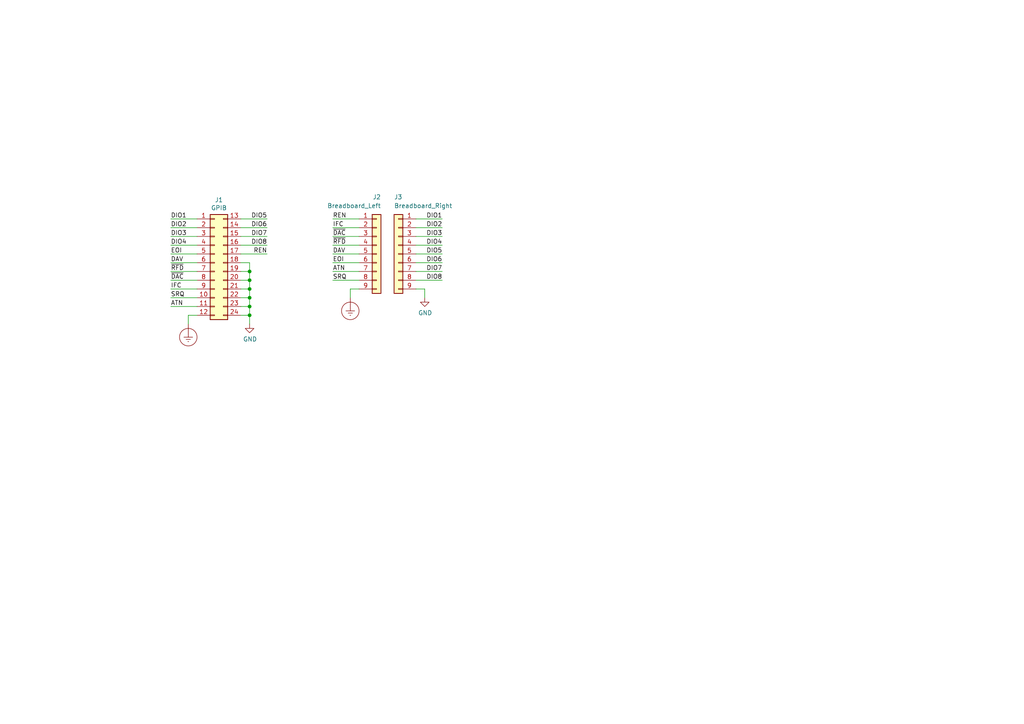
<source format=kicad_sch>
(kicad_sch (version 20211123) (generator eeschema)
  (paper "A4")
  (title_block (title "GPIB Breadboard Breakout") (date "2022-02-26") (rev "1.0") (company "© 2022 Sam Hanes. Licensed under CERN OHL v1.2.") (comment 1 "https://github.com/Elemecca/rpi-gpib"))
  (lib_symbols
    (symbol "Connector_Generic:Conn_01x09" (pin_names (offset 1.016) hide)
      (property "Reference" "J" (at 0 12.7 0))
      (property "Value" "Conn_01x09" (at 0 -12.7 0))
      (symbol "Conn_01x09_1_1"
        (rectangle (start -1.27 -10.033) (end 0 -10.287) (stroke (width 0.1524)))
        (rectangle (start -1.27 -7.493) (end 0 -7.747) (stroke (width 0.1524)))
        (rectangle (start -1.27 -4.953) (end 0 -5.207) (stroke (width 0.1524)))
        (rectangle (start -1.27 -2.413) (end 0 -2.667) (stroke (width 0.1524)))
        (rectangle (start -1.27 0.127) (end 0 -0.127) (stroke (width 0.1524)))
        (rectangle (start -1.27 2.667) (end 0 2.413) (stroke (width 0.1524)))
        (rectangle (start -1.27 5.207) (end 0 4.953) (stroke (width 0.1524)))
        (rectangle (start -1.27 7.747) (end 0 7.493) (stroke (width 0.1524)))
        (rectangle (start -1.27 10.287) (end 0 10.033) (stroke (width 0.1524)))
        (rectangle (start -1.27 11.43) (end 1.27 -11.43) (stroke (width 0.254)) (fill (type background)))
        (pin passive line (at -5.08 10.16 0) (length 3.81) (name "Pin_1") (number "1"))
        (pin passive line (at -5.08 7.62 0) (length 3.81) (name "Pin_2") (number "2"))
        (pin passive line (at -5.08 5.08 0) (length 3.81) (name "Pin_3") (number "3"))
        (pin passive line (at -5.08 2.54 0) (length 3.81) (name "Pin_4") (number "4"))
        (pin passive line (at -5.08 0 0) (length 3.81) (name "Pin_5") (number "5"))
        (pin passive line (at -5.08 -2.54 0) (length 3.81) (name "Pin_6") (number "6"))
        (pin passive line (at -5.08 -5.08 0) (length 3.81) (name "Pin_7") (number "7"))
        (pin passive line (at -5.08 -7.62 0) (length 3.81) (name "Pin_8") (number "8"))
        (pin passive line (at -5.08 -10.16 0) (length 3.81) (name "Pin_9") (number "9"))
      )
    )
    (symbol "Connector_Generic:Conn_02x12_Top_Bottom" (pin_names (offset 1.016) hide)
      (property "Reference" "J" (at 1.27 15.24 0))
      (property "Value" "Conn_02x12_Top_Bottom" (at 1.27 -17.78 0))
      (symbol "Conn_02x12_Top_Bottom_1_1"
        (rectangle (start -1.27 -15.113) (end 0 -15.367) (stroke (width 0.1524)))
        (rectangle (start -1.27 -12.573) (end 0 -12.827) (stroke (width 0.1524)))
        (rectangle (start -1.27 -10.033) (end 0 -10.287) (stroke (width 0.1524)))
        (rectangle (start -1.27 -7.493) (end 0 -7.747) (stroke (width 0.1524)))
        (rectangle (start -1.27 -4.953) (end 0 -5.207) (stroke (width 0.1524)))
        (rectangle (start -1.27 -2.413) (end 0 -2.667) (stroke (width 0.1524)))
        (rectangle (start -1.27 0.127) (end 0 -0.127) (stroke (width 0.1524)))
        (rectangle (start -1.27 2.667) (end 0 2.413) (stroke (width 0.1524)))
        (rectangle (start -1.27 5.207) (end 0 4.953) (stroke (width 0.1524)))
        (rectangle (start -1.27 7.747) (end 0 7.493) (stroke (width 0.1524)))
        (rectangle (start -1.27 10.287) (end 0 10.033) (stroke (width 0.1524)))
        (rectangle (start -1.27 12.827) (end 0 12.573) (stroke (width 0.1524)))
        (rectangle (start -1.27 13.97) (end 3.81 -16.51) (stroke (width 0.254)) (fill (type background)))
        (rectangle (start 3.81 -15.113) (end 2.54 -15.367) (stroke (width 0.1524)))
        (rectangle (start 3.81 -12.573) (end 2.54 -12.827) (stroke (width 0.1524)))
        (rectangle (start 3.81 -10.033) (end 2.54 -10.287) (stroke (width 0.1524)))
        (rectangle (start 3.81 -7.493) (end 2.54 -7.747) (stroke (width 0.1524)))
        (rectangle (start 3.81 -4.953) (end 2.54 -5.207) (stroke (width 0.1524)))
        (rectangle (start 3.81 -2.413) (end 2.54 -2.667) (stroke (width 0.1524)))
        (rectangle (start 3.81 0.127) (end 2.54 -0.127) (stroke (width 0.1524)))
        (rectangle (start 3.81 2.667) (end 2.54 2.413) (stroke (width 0.1524)))
        (rectangle (start 3.81 5.207) (end 2.54 4.953) (stroke (width 0.1524)))
        (rectangle (start 3.81 7.747) (end 2.54 7.493) (stroke (width 0.1524)))
        (rectangle (start 3.81 10.287) (end 2.54 10.033) (stroke (width 0.1524)))
        (rectangle (start 3.81 12.827) (end 2.54 12.573) (stroke (width 0.1524)))
        (pin passive line (at -5.08 12.7 0) (length 3.81) (name "Pin_1") (number "1"))
        (pin passive line (at -5.08 -10.16 0) (length 3.81) (name "Pin_10") (number "10"))
        (pin passive line (at -5.08 -12.7 0) (length 3.81) (name "Pin_11") (number "11"))
        (pin passive line (at -5.08 -15.24 0) (length 3.81) (name "Pin_12") (number "12"))
        (pin passive line (at 7.62 12.7 180) (length 3.81) (name "Pin_13") (number "13"))
        (pin passive line (at 7.62 10.16 180) (length 3.81) (name "Pin_14") (number "14"))
        (pin passive line (at 7.62 7.62 180) (length 3.81) (name "Pin_15") (number "15"))
        (pin passive line (at 7.62 5.08 180) (length 3.81) (name "Pin_16") (number "16"))
        (pin passive line (at 7.62 2.54 180) (length 3.81) (name "Pin_17") (number "17"))
        (pin passive line (at 7.62 0 180) (length 3.81) (name "Pin_18") (number "18"))
        (pin passive line (at 7.62 -2.54 180) (length 3.81) (name "Pin_19") (number "19"))
        (pin passive line (at -5.08 10.16 0) (length 3.81) (name "Pin_2") (number "2"))
        (pin passive line (at 7.62 -5.08 180) (length 3.81) (name "Pin_20") (number "20"))
        (pin passive line (at 7.62 -7.62 180) (length 3.81) (name "Pin_21") (number "21"))
        (pin passive line (at 7.62 -10.16 180) (length 3.81) (name "Pin_22") (number "22"))
        (pin passive line (at 7.62 -12.7 180) (length 3.81) (name "Pin_23") (number "23"))
        (pin passive line (at 7.62 -15.24 180) (length 3.81) (name "Pin_24") (number "24"))
        (pin passive line (at -5.08 7.62 0) (length 3.81) (name "Pin_3") (number "3"))
        (pin passive line (at -5.08 5.08 0) (length 3.81) (name "Pin_4") (number "4"))
        (pin passive line (at -5.08 2.54 0) (length 3.81) (name "Pin_5") (number "5"))
        (pin passive line (at -5.08 0 0) (length 3.81) (name "Pin_6") (number "6"))
        (pin passive line (at -5.08 -2.54 0) (length 3.81) (name "Pin_7") (number "7"))
        (pin passive line (at -5.08 -5.08 0) (length 3.81) (name "Pin_8") (number "8"))
        (pin passive line (at -5.08 -7.62 0) (length 3.81) (name "Pin_9") (number "9"))
      )
    )
    (symbol "power:Earth_Protective" (power) (pin_names (offset 0))
      (symbol "Earth_Protective_0_1"
        (circle (center 0 -3.81) (radius 2.54))
        (polyline (pts (xy -0.635 -4.445) (xy 0.635 -4.445)))
        (polyline (pts (xy -0.127 -5.08) (xy 0.127 -5.08)))
        (polyline (pts (xy 0 -3.81) (xy 0 0)))
        (polyline (pts (xy 1.27 -3.81) (xy -1.27 -3.81)))
      )
      (symbol "Earth_Protective_1_1"
        (pin power_in line (at 0 0 270) (length 0) hide (name "Earth_Protective") (number "1"))
      )
    )
    (symbol "power:GND" (power) (pin_names (offset 0))
      (property "Value" "GND" (at 0 -3.81 0))
      (symbol "GND_0_1"
        (polyline (pts (xy 0 0) (xy 0 -1.27) (xy 1.27 -1.27) (xy 0 -2.54) (xy -1.27 -1.27) (xy 0 -1.27)))
      )
      (symbol "GND_1_1"
        (pin power_in line (at 0 0 270) (length 0) hide (name "GND") (number "1"))
      )
    )
  )
  (junction (at 72.39 88.9))
  (junction (at 72.39 91.44))
  (junction (at 72.39 81.28))
  (junction (at 72.39 78.74))
  (junction (at 72.39 83.82))
  (junction (at 72.39 86.36))
  (wire (pts (xy 69.85 76.2) (xy 72.39 76.2)))
  (wire (pts (xy 57.15 71.12) (xy 49.53 71.12)))
  (wire (pts (xy 72.39 76.2) (xy 72.39 78.74)))
  (wire (pts (xy 69.85 91.44) (xy 72.39 91.44)))
  (wire (pts (xy 72.39 83.82) (xy 72.39 86.36)))
  (wire (pts (xy 57.15 81.28) (xy 49.53 81.28)))
  (wire (pts (xy 104.14 83.82) (xy 101.6 83.82)))
  (wire (pts (xy 57.15 66.04) (xy 49.53 66.04)))
  (wire (pts (xy 120.65 68.58) (xy 128.27 68.58)))
  (wire (pts (xy 69.85 78.74) (xy 72.39 78.74)))
  (wire (pts (xy 120.65 71.12) (xy 128.27 71.12)))
  (wire (pts (xy 57.15 88.9) (xy 49.53 88.9)))
  (wire (pts (xy 104.14 63.5) (xy 96.52 63.5)))
  (wire (pts (xy 104.14 81.28) (xy 96.52 81.28)))
  (wire (pts (xy 72.39 86.36) (xy 72.39 88.9)))
  (wire (pts (xy 69.85 71.12) (xy 77.47 71.12)))
  (wire (pts (xy 123.19 83.82) (xy 123.19 86.36)))
  (wire (pts (xy 104.14 66.04) (xy 96.52 66.04)))
  (wire (pts (xy 120.65 76.2) (xy 128.27 76.2)))
  (wire (pts (xy 104.14 78.74) (xy 96.52 78.74)))
  (wire (pts (xy 72.39 78.74) (xy 72.39 81.28)))
  (wire (pts (xy 69.85 83.82) (xy 72.39 83.82)))
  (wire (pts (xy 120.65 81.28) (xy 128.27 81.28)))
  (wire (pts (xy 104.14 71.12) (xy 96.52 71.12)))
  (wire (pts (xy 69.85 73.66) (xy 77.47 73.66)))
  (wire (pts (xy 57.15 78.74) (xy 49.53 78.74)))
  (wire (pts (xy 72.39 91.44) (xy 72.39 93.98)))
  (wire (pts (xy 72.39 88.9) (xy 72.39 91.44)))
  (wire (pts (xy 72.39 81.28) (xy 72.39 83.82)))
  (wire (pts (xy 120.65 63.5) (xy 128.27 63.5)))
  (wire (pts (xy 120.65 66.04) (xy 128.27 66.04)))
  (wire (pts (xy 69.85 66.04) (xy 77.47 66.04)))
  (wire (pts (xy 120.65 73.66) (xy 128.27 73.66)))
  (wire (pts (xy 101.6 83.82) (xy 101.6 86.36)))
  (wire (pts (xy 104.14 68.58) (xy 96.52 68.58)))
  (wire (pts (xy 57.15 63.5) (xy 49.53 63.5)))
  (wire (pts (xy 57.15 76.2) (xy 49.53 76.2)))
  (wire (pts (xy 69.85 81.28) (xy 72.39 81.28)))
  (wire (pts (xy 69.85 88.9) (xy 72.39 88.9)))
  (wire (pts (xy 57.15 91.44) (xy 54.61 91.44)))
  (wire (pts (xy 69.85 86.36) (xy 72.39 86.36)))
  (wire (pts (xy 57.15 73.66) (xy 49.53 73.66)))
  (wire (pts (xy 57.15 83.82) (xy 49.53 83.82)))
  (wire (pts (xy 54.61 91.44) (xy 54.61 93.98)))
  (wire (pts (xy 57.15 68.58) (xy 49.53 68.58)))
  (wire (pts (xy 57.15 86.36) (xy 49.53 86.36)))
  (wire (pts (xy 104.14 73.66) (xy 96.52 73.66)))
  (wire (pts (xy 120.65 83.82) (xy 123.19 83.82)))
  (wire (pts (xy 120.65 78.74) (xy 128.27 78.74)))
  (wire (pts (xy 104.14 76.2) (xy 96.52 76.2)))
  (wire (pts (xy 69.85 68.58) (xy 77.47 68.58)))
  (wire (pts (xy 69.85 63.5) (xy 77.47 63.5)))
  (label "DIO2" (at 128.27 66.04 180))
  (label "DIO6" (at 128.27 76.2 180))
  (label "DIO4" (at 128.27 71.12 180))
  (label "REN" (at 96.52 63.5 0))
  (label "DIO4" (at 49.53 71.12 0))
  (label "DAV" (at 96.52 73.66 0))
  (label "REN" (at 77.47 73.66 180))
  (label "DIO7" (at 128.27 78.74 180))
  (label "DAV" (at 49.53 76.2 0))
  (label "DIO5" (at 77.47 63.5 180))
  (label "DIO7" (at 77.47 68.58 180))
  (label "~{DAC}" (at 96.52 68.58 0))
  (label "DIO3" (at 49.53 68.58 0))
  (label "DIO3" (at 128.27 68.58 180))
  (label "DIO5" (at 128.27 73.66 180))
  (label "IFC" (at 49.53 83.82 0))
  (label "DIO8" (at 77.47 71.12 180))
  (label "~{DAC}" (at 49.53 81.28 0))
  (label "SRQ" (at 96.52 81.28 0))
  (label "DIO2" (at 49.53 66.04 0))
  (label "DIO6" (at 77.47 66.04 180))
  (label "~{RFD}" (at 49.53 78.74 0))
  (label "EOI" (at 96.52 76.2 0))
  (label "DIO8" (at 128.27 81.28 180))
  (label "EOI" (at 49.53 73.66 0))
  (label "DIO1" (at 128.27 63.5 180))
  (label "ATN" (at 96.52 78.74 0))
  (label "IFC" (at 96.52 66.04 0))
  (label "SRQ" (at 49.53 86.36 0))
  (label "~{RFD}" (at 96.52 71.12 0))
  (label "DIO1" (at 49.53 63.5 0))
  (label "ATN" (at 49.53 88.9 0))
  (symbol (lib_id "power:GND") (at 72.39 93.98 0) (unit 1)
    (property "Reference" "#PWR0101" (effects hide))
    (property "Value" "GND" (at 72.517 98.3742 0))
  )
  (symbol (lib_id "Connector_Generic:Conn_01x09") (at 115.57 73.66 0) (mirror y) (unit 1)
    (property "Reference" "J3" (at 114.3 57.15 0) (effects (justify right)))
    (property "Value" "Breadboard_Right" (at 114.3 59.69 0) (effects (justify right)))
    (property "Footprint" "Connector_PinHeader_2.54mm:PinHeader_1x09_P2.54mm_Vertical" (effects hide))
  )
  (symbol (lib_id "Connector_Generic:Conn_01x09") (at 109.22 73.66 0) (unit 1)
    (property "Reference" "J2" (at 110.49 57.15 0) (effects (justify right)))
    (property "Value" "Breadboard_Left" (at 110.49 59.69 0) (effects (justify right)))
    (property "Footprint" "Connector_PinHeader_2.54mm:PinHeader_1x09_P2.54mm_Vertical" (effects hide))
  )
  (symbol (lib_id "Connector_Generic:Conn_02x12_Top_Bottom") (at 62.23 76.2 0) (unit 1)
    (property "Reference" "J1" (at 63.5 57.9882 0))
    (property "Value" "GPIB" (at 63.5 60.2996 0))
    (property "Footprint" "local:NorComp_111-024-213L001" (effects hide))
  )
  (symbol (lib_id "power:Earth_Protective") (at 54.61 93.98 0) (unit 1)
    (property "Reference" "#PWR0102" (effects hide))
    (property "Value" "Earth_Protective" (effects hide))
  )
  (symbol (lib_id "power:Earth_Protective") (at 101.6 86.36 0) (unit 1)
    (property "Reference" "#PWR0104" (effects hide))
    (property "Value" "Earth_Protective" (effects hide))
  )
  (symbol (lib_id "power:GND") (at 123.19 86.36 0) (unit 1)
    (property "Reference" "#PWR0103" (effects hide))
    (property "Value" "GND" (at 123.317 90.7542 0))
  )
)
</source>
